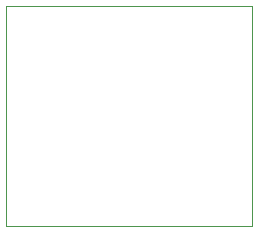
<source format=gbr>
%TF.GenerationSoftware,KiCad,Pcbnew,(5.1.6)-1*%
%TF.CreationDate,2021-09-24T15:49:20-04:00*%
%TF.ProjectId,USB-Data-Only,5553422d-4461-4746-912d-4f6e6c792e6b,rev?*%
%TF.SameCoordinates,Original*%
%TF.FileFunction,Profile,NP*%
%FSLAX46Y46*%
G04 Gerber Fmt 4.6, Leading zero omitted, Abs format (unit mm)*
G04 Created by KiCad (PCBNEW (5.1.6)-1) date 2021-09-24 15:49:20*
%MOMM*%
%LPD*%
G01*
G04 APERTURE LIST*
%TA.AperFunction,Profile*%
%ADD10C,0.050000*%
%TD*%
G04 APERTURE END LIST*
D10*
X143383000Y-82550000D02*
X164211000Y-82550000D01*
X143383000Y-82423000D02*
X143383000Y-82550000D01*
X143383000Y-63881000D02*
X143383000Y-82423000D01*
X164211000Y-63881000D02*
X143383000Y-63881000D01*
X164211000Y-82550000D02*
X164211000Y-63881000D01*
M02*

</source>
